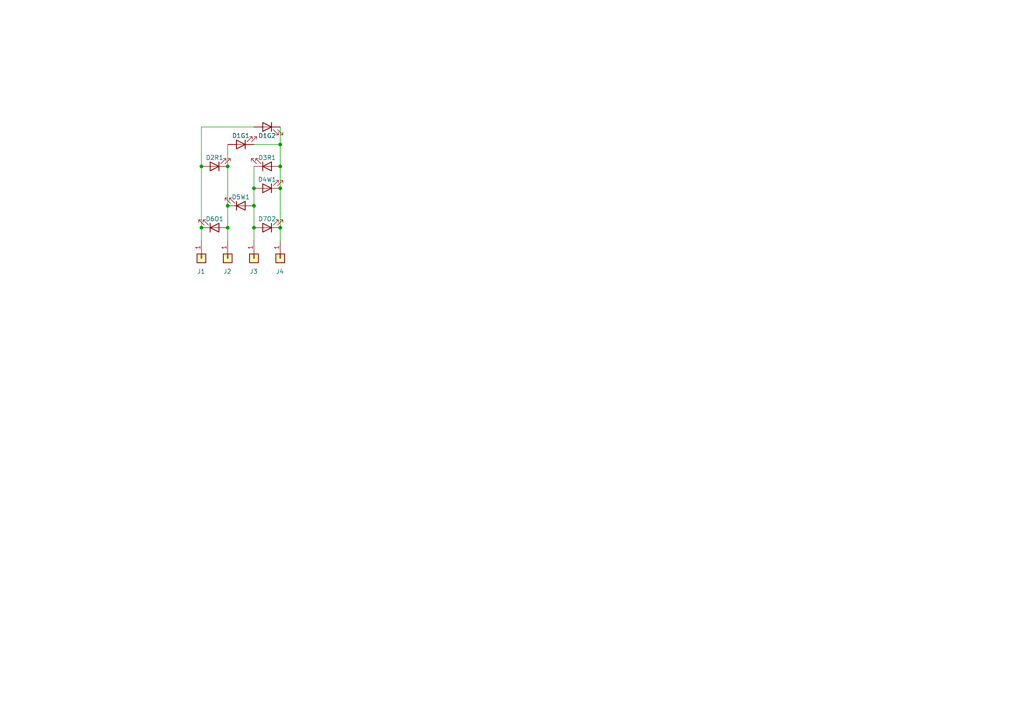
<source format=kicad_sch>
(kicad_sch (version 20230121) (generator eeschema)
  (paper "A4")
  (lib_symbols
    (symbol "Connector_Generic:Conn_01x01" (pin_names (offset 1.016) hide)
      (property "Reference" "J" (at 0 2.54 0))
      (property "Value" "Conn_01x01" (at 0 -2.54 0))
      (symbol "Conn_01x01_1_1"
        (rectangle (start -1.27 0.127) (end 0 -0.127) (stroke (width 0.1524)))
        (rectangle (start -1.27 1.27) (end 1.27 -1.27) (stroke (width 0.254)) (fill (type background)))
        (pin passive line (at -5.08 0 0) (length 3.81) (name "Pin_1") (number "1"))
      )
    )
    (symbol "Device:LED" (pin_numbers hide) (pin_names (offset 1.016) hide)
      (property "Reference" "D" (at 0 2.54 0))
      (property "Value" "LED" (at 0 -2.54 0))
      (symbol "LED_0_1"
        (polyline (pts (xy -1.27 -1.27) (xy -1.27 1.27)) (stroke (width 0.254)))
        (polyline (pts (xy -1.27 0) (xy 1.27 0)))
        (polyline (pts (xy 1.27 -1.27) (xy 1.27 1.27) (xy -1.27 0) (xy 1.27 -1.27)) (stroke (width 0.254)))
        (polyline (pts (xy -3.048 -0.762) (xy -4.572 -2.286) (xy -3.81 -2.286) (xy -4.572 -2.286) (xy -4.572 -1.524)))
        (polyline (pts (xy -1.778 -0.762) (xy -3.302 -2.286) (xy -2.54 -2.286) (xy -3.302 -2.286) (xy -3.302 -1.524)))
      )
      (symbol "LED_1_1"
        (pin passive line (at -3.81 0 0) (length 2.54) (name "K") (number "1"))
        (pin passive line (at 3.81 0 180) (length 2.54) (name "A") (number "2"))
      )
    )
  )
  (junction (at 81.28 66.04))
  (junction (at 66.04 59.69))
  (junction (at 73.66 66.04))
  (junction (at 81.28 54.61))
  (junction (at 81.28 48.26))
  (junction (at 73.66 59.69))
  (junction (at 58.42 66.04))
  (junction (at 66.04 48.26))
  (junction (at 81.28 41.91))
  (junction (at 58.42 48.26))
  (junction (at 66.04 66.04))
  (junction (at 73.66 54.61))
  (wire (pts (xy 73.66 36.83) (xy 58.42 36.83)))
  (wire (pts (xy 66.04 48.26) (xy 66.04 59.69)))
  (wire (pts (xy 66.04 41.91) (xy 66.04 48.26)))
  (wire (pts (xy 81.28 54.61) (xy 81.28 66.04)))
  (wire (pts (xy 73.66 48.26) (xy 73.66 54.61)))
  (wire (pts (xy 81.28 66.04) (xy 81.28 69.85)))
  (wire (pts (xy 58.42 66.04) (xy 58.42 69.85)))
  (wire (pts (xy 73.66 54.61) (xy 73.66 59.69)))
  (wire (pts (xy 58.42 48.26) (xy 58.42 66.04)))
  (wire (pts (xy 81.28 48.26) (xy 81.28 54.61)))
  (wire (pts (xy 73.66 41.91) (xy 81.28 41.91)))
  (wire (pts (xy 58.42 36.83) (xy 58.42 48.26)))
  (wire (pts (xy 73.66 59.69) (xy 73.66 66.04)))
  (wire (pts (xy 66.04 66.04) (xy 66.04 69.85)))
  (wire (pts (xy 81.28 41.91) (xy 81.28 48.26)))
  (wire (pts (xy 66.04 66.04) (xy 66.04 59.69)))
  (wire (pts (xy 81.28 36.83) (xy 81.28 41.91)))
  (wire (pts (xy 73.66 66.04) (xy 73.66 69.85)))
  (symbol (lib_id "Device:LED") (at 77.47 48.26 0) (mirror x) (unit 1)
    (property "Reference" "D3R1" (at 77.47 45.72 0))
    (property "Value" "LED" (effects hide))
    (property "Footprint" "LED_THT:LED_D1.8mm_W3.3mm_H2.4mm" (effects hide))
  )
  (symbol (lib_id "Device:LED") (at 69.85 41.91 180) (unit 1)
    (property "Reference" "D1G1" (at 69.85 39.37 0))
    (property "Value" "LED" (effects hide))
    (property "Footprint" "LED_THT:LED_D1.8mm_W3.3mm_H2.4mm" (effects hide))
  )
  (symbol (lib_id "Device:LED") (at 77.47 66.04 180) (unit 1)
    (property "Reference" "D7O2" (at 77.47 63.5 0))
    (property "Value" "LED" (effects hide))
    (property "Footprint" "LED_THT:LED_D1.8mm_W3.3mm_H2.4mm" (effects hide))
  )
  (symbol (lib_id "Connector_Generic:Conn_01x01") (at 81.28 74.93 270) (unit 1)
    (property "Reference" "J4" (at 80.01 78.74 90) (effects (justify left)))
    (property "Value" "Conn_01x01" (effects hide))
    (property "Footprint" "Connector_Wire:SolderWirePad_1x01_SMD_1x2mm" (effects hide))
  )
  (symbol (lib_id "Connector_Generic:Conn_01x01") (at 66.04 74.93 270) (unit 1)
    (property "Reference" "J2" (at 64.77 78.74 90) (effects (justify left)))
    (property "Value" "Conn_01x01" (effects hide))
    (property "Footprint" "Connector_Wire:SolderWirePad_1x01_SMD_1x2mm" (effects hide))
  )
  (symbol (lib_id "Device:LED") (at 62.23 66.04 0) (mirror x) (unit 1)
    (property "Reference" "D6O1" (at 62.23 63.5 0))
    (property "Value" "LED" (effects hide))
    (property "Footprint" "LED_THT:LED_D1.8mm_W3.3mm_H2.4mm" (effects hide))
  )
  (symbol (lib_id "Device:LED") (at 69.85 59.69 0) (mirror x) (unit 1)
    (property "Reference" "D5W1" (at 69.85 57.15 0))
    (property "Value" "LED" (effects hide))
    (property "Footprint" "LED_THT:LED_D1.8mm_W3.3mm_H2.4mm" (effects hide))
  )
  (symbol (lib_id "Connector_Generic:Conn_01x01") (at 73.66 74.93 270) (unit 1)
    (property "Reference" "J3" (at 72.39 78.74 90) (effects (justify left)))
    (property "Value" "Conn_01x01" (effects hide))
    (property "Footprint" "Connector_Wire:SolderWirePad_1x01_SMD_1x2mm" (effects hide))
  )
  (symbol (lib_id "Device:LED") (at 77.47 36.83 0) (mirror y) (unit 1)
    (property "Reference" "D1G2" (at 77.47 39.37 0))
    (property "Value" "LED" (effects hide))
    (property "Footprint" "LED_THT:LED_D1.8mm_W3.3mm_H2.4mm" (effects hide))
  )
  (symbol (lib_id "Device:LED") (at 77.47 54.61 180) (unit 1)
    (property "Reference" "D4W1" (at 77.47 52.07 0))
    (property "Value" "LED" (effects hide))
    (property "Footprint" "LED_THT:LED_D1.8mm_W3.3mm_H2.4mm" (effects hide))
  )
  (symbol (lib_id "Connector_Generic:Conn_01x01") (at 58.42 74.93 270) (unit 1)
    (property "Reference" "J1" (at 57.15 78.74 90) (effects (justify left)))
    (property "Value" "Conn_01x01" (effects hide))
    (property "Footprint" "Connector_Wire:SolderWirePad_1x01_SMD_1x2mm" (effects hide))
  )
  (symbol (lib_id "Device:LED") (at 62.23 48.26 180) (unit 1)
    (property "Reference" "D2R1" (at 62.23 45.72 0))
    (property "Value" "LED" (effects hide))
    (property "Footprint" "LED_THT:LED_D1.8mm_W3.3mm_H2.4mm" (effects hide))
  )
)
</source>
